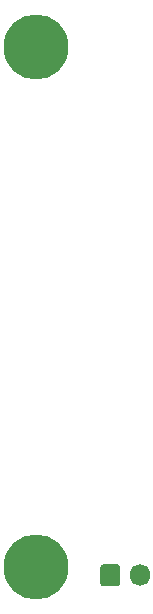
<source format=gbr>
G04 #@! TF.GenerationSoftware,KiCad,Pcbnew,(5.1.9)-1*
G04 #@! TF.CreationDate,2021-02-02T20:04:29-05:00*
G04 #@! TF.ProjectId,ZeroPilot,5a65726f-5069-46c6-9f74-2e6b69636164,rev?*
G04 #@! TF.SameCoordinates,Original*
G04 #@! TF.FileFunction,Soldermask,Bot*
G04 #@! TF.FilePolarity,Negative*
%FSLAX46Y46*%
G04 Gerber Fmt 4.6, Leading zero omitted, Abs format (unit mm)*
G04 Created by KiCad (PCBNEW (5.1.9)-1) date 2021-02-02 20:04:29*
%MOMM*%
%LPD*%
G01*
G04 APERTURE LIST*
%ADD10O,1.700000X1.850000*%
%ADD11C,5.500000*%
G04 APERTURE END LIST*
D10*
X61771000Y-147714000D03*
G36*
G01*
X58421000Y-148389000D02*
X58421000Y-147039000D01*
G75*
G02*
X58671000Y-146789000I250000J0D01*
G01*
X59871000Y-146789000D01*
G75*
G02*
X60121000Y-147039000I0J-250000D01*
G01*
X60121000Y-148389000D01*
G75*
G02*
X59871000Y-148639000I-250000J0D01*
G01*
X58671000Y-148639000D01*
G75*
G02*
X58421000Y-148389000I0J250000D01*
G01*
G37*
D11*
X53000000Y-147000000D03*
X53000000Y-103000000D03*
M02*

</source>
